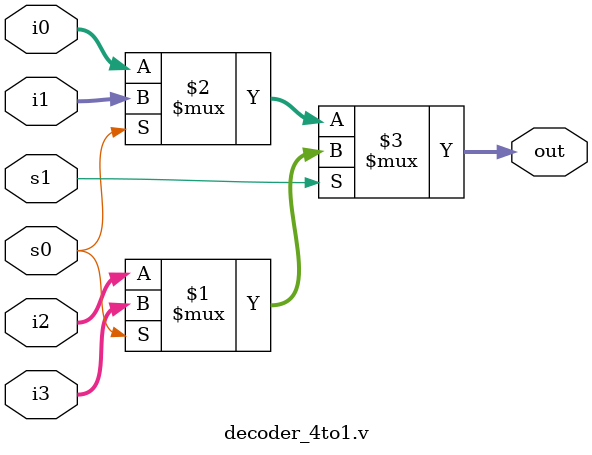
<source format=v>
module decoder_4to1.v(s1, s0, i3, i2, i1, i0, out); //

input s1, s0;

input [3:0] i3, i2, i1, i0;
output [3:0] out;


assign out = s1 ? (s0 ? i3 : i2) : (s0 ? i1 : i0);

endmodule

</source>
